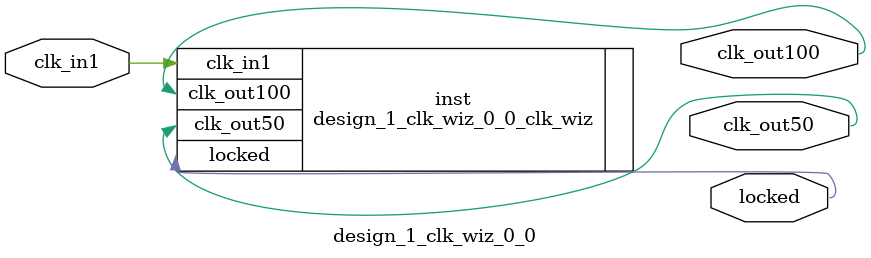
<source format=v>


`timescale 1ps/1ps

(* CORE_GENERATION_INFO = "design_1_clk_wiz_0_0,clk_wiz_v6_0_3_0_0,{component_name=design_1_clk_wiz_0_0,use_phase_alignment=true,use_min_o_jitter=false,use_max_i_jitter=false,use_dyn_phase_shift=false,use_inclk_switchover=false,use_dyn_reconfig=false,enable_axi=0,feedback_source=FDBK_AUTO,PRIMITIVE=MMCM,num_out_clk=2,clkin1_period=8.000,clkin2_period=10.000,use_power_down=false,use_reset=false,use_locked=true,use_inclk_stopped=false,feedback_type=SINGLE,CLOCK_MGR_TYPE=NA,manual_override=false}" *)

module design_1_clk_wiz_0_0 
 (
  // Clock out ports
  output        clk_out100,
  output        clk_out50,
  // Status and control signals
  output        locked,
 // Clock in ports
  input         clk_in1
 );

  design_1_clk_wiz_0_0_clk_wiz inst
  (
  // Clock out ports  
  .clk_out100(clk_out100),
  .clk_out50(clk_out50),
  // Status and control signals               
  .locked(locked),
 // Clock in ports
  .clk_in1(clk_in1)
  );

endmodule

</source>
